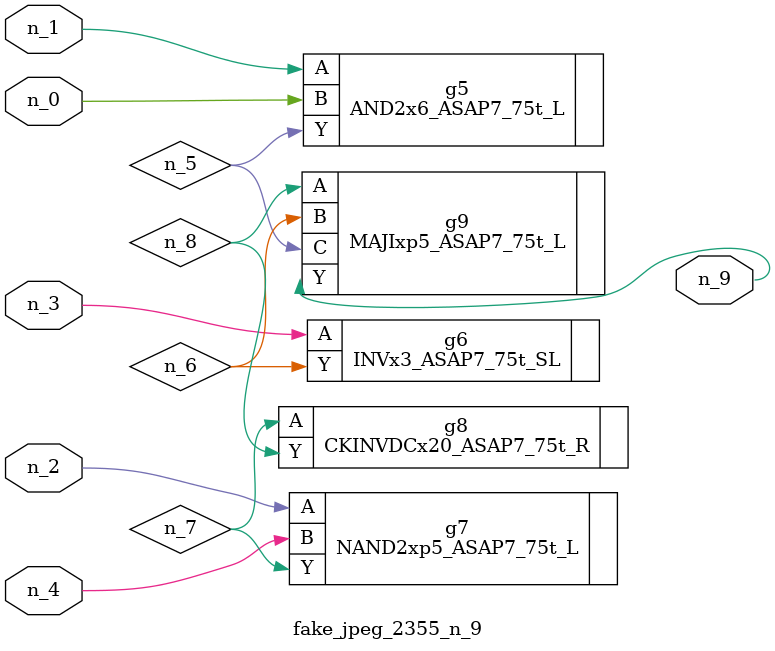
<source format=v>
module fake_jpeg_2355_n_9 (n_3, n_2, n_1, n_0, n_4, n_9);

input n_3;
input n_2;
input n_1;
input n_0;
input n_4;

output n_9;

wire n_8;
wire n_6;
wire n_5;
wire n_7;

AND2x6_ASAP7_75t_L g5 ( 
.A(n_1),
.B(n_0),
.Y(n_5)
);

INVx3_ASAP7_75t_SL g6 ( 
.A(n_3),
.Y(n_6)
);

NAND2xp5_ASAP7_75t_L g7 ( 
.A(n_2),
.B(n_4),
.Y(n_7)
);

CKINVDCx20_ASAP7_75t_R g8 ( 
.A(n_7),
.Y(n_8)
);

MAJIxp5_ASAP7_75t_L g9 ( 
.A(n_8),
.B(n_6),
.C(n_5),
.Y(n_9)
);


endmodule
</source>
